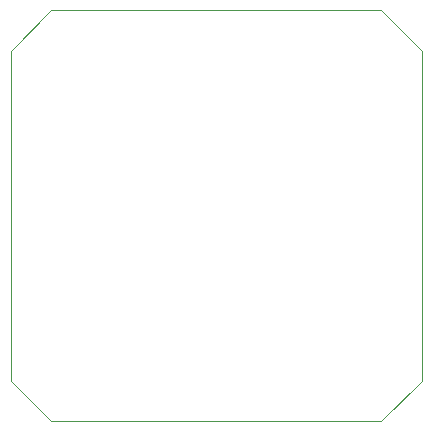
<source format=gm1>
%TF.GenerationSoftware,KiCad,Pcbnew,(6.0.7)*%
%TF.CreationDate,2022-09-30T15:53:47-07:00*%
%TF.ProjectId,companion,636f6d70-616e-4696-9f6e-2e6b69636164,rev?*%
%TF.SameCoordinates,Original*%
%TF.FileFunction,Profile,NP*%
%FSLAX46Y46*%
G04 Gerber Fmt 4.6, Leading zero omitted, Abs format (unit mm)*
G04 Created by KiCad (PCBNEW (6.0.7)) date 2022-09-30 15:53:47*
%MOMM*%
%LPD*%
G01*
G04 APERTURE LIST*
%TA.AperFunction,Profile*%
%ADD10C,0.050000*%
%TD*%
G04 APERTURE END LIST*
D10*
X31425000Y-34825000D02*
X3425000Y-34825000D01*
X3425000Y-34825000D02*
X25000Y-31425000D01*
X3425000Y-25000D02*
X31425000Y-25000D01*
X3425000Y-25000D02*
X25000Y-3425000D01*
X34825000Y-3425000D02*
X34825000Y-31425000D01*
X31425000Y-25000D02*
X34825000Y-3425000D01*
X25000Y-3425000D02*
X25000Y-31425000D01*
X34825000Y-31425000D02*
X31425000Y-34825000D01*
M02*

</source>
